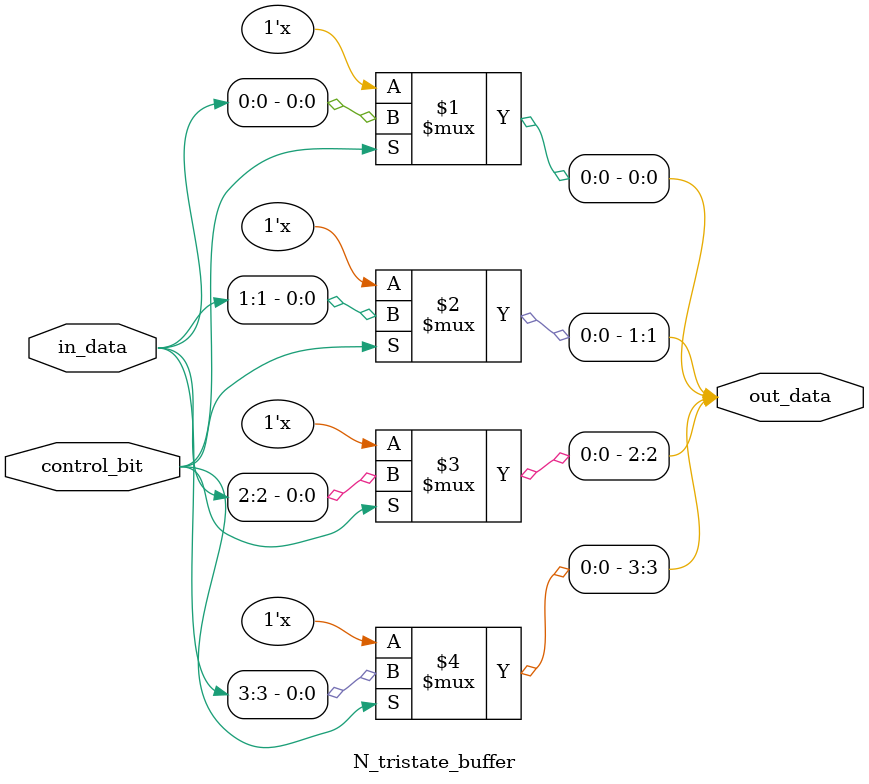
<source format=v>
module N_tristate_buffer #(parameter N = 4) (
    input wire control_bit,
    input wire [N-1:0] in_data,
    output wire [N-1:0] out_data

);

genvar i;

generate
    for(i = 0; i < N; i = i + 1) begin : tri_state
        assign out_data[i] = control_bit ? in_data[i] : 1'bz;
    end
endgenerate

endmodule
</source>
